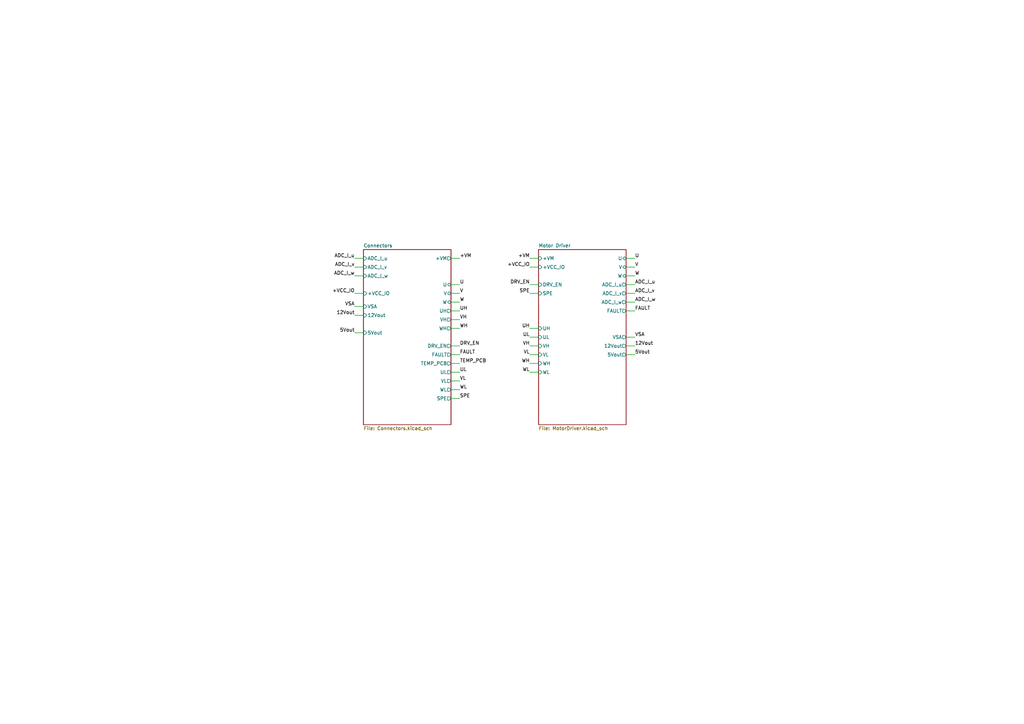
<source format=kicad_sch>
(kicad_sch (version 20211123) (generator eeschema)
  (paper "A4")
  (title_block (title "opm-inline") (date "2021-12-26") (rev "1") (company "Overpowered Mechanisms"))
  (lib_symbols)
  (wire (pts (xy 153.67 95.25) (xy 156.21 95.25)))
  (wire (pts (xy 181.61 102.87) (xy 184.15 102.87)))
  (wire (pts (xy 133.35 100.33) (xy 130.81 100.33)))
  (wire (pts (xy 130.81 105.41) (xy 133.35 105.41)))
  (wire (pts (xy 130.81 92.71) (xy 133.35 92.71)))
  (wire (pts (xy 153.67 102.87) (xy 156.21 102.87)))
  (wire (pts (xy 153.67 107.95) (xy 156.21 107.95)))
  (wire (pts (xy 181.61 85.09) (xy 184.15 85.09)))
  (wire (pts (xy 156.21 74.93) (xy 153.67 74.93)))
  (wire (pts (xy 153.67 105.41) (xy 156.21 105.41)))
  (wire (pts (xy 153.67 77.47) (xy 156.21 77.47)))
  (wire (pts (xy 130.81 110.49) (xy 133.35 110.49)))
  (wire (pts (xy 133.35 87.63) (xy 130.81 87.63)))
  (wire (pts (xy 130.81 115.57) (xy 133.35 115.57)))
  (wire (pts (xy 181.61 100.33) (xy 184.15 100.33)))
  (wire (pts (xy 181.61 90.17) (xy 184.15 90.17)))
  (wire (pts (xy 181.61 82.55) (xy 184.15 82.55)))
  (wire (pts (xy 130.81 82.55) (xy 133.35 82.55)))
  (wire (pts (xy 156.21 100.33) (xy 153.67 100.33)))
  (wire (pts (xy 105.41 91.44) (xy 102.87 91.44)))
  (wire (pts (xy 181.61 97.79) (xy 184.15 97.79)))
  (wire (pts (xy 133.35 74.93) (xy 130.81 74.93)))
  (wire (pts (xy 130.81 95.25) (xy 133.35 95.25)))
  (wire (pts (xy 133.35 113.03) (xy 130.81 113.03)))
  (wire (pts (xy 130.81 85.09) (xy 133.35 85.09)))
  (wire (pts (xy 153.67 82.55) (xy 156.21 82.55)))
  (wire (pts (xy 130.81 107.95) (xy 133.35 107.95)))
  (wire (pts (xy 184.15 74.93) (xy 181.61 74.93)))
  (wire (pts (xy 181.61 80.01) (xy 184.15 80.01)))
  (wire (pts (xy 130.81 90.17) (xy 133.35 90.17)))
  (wire (pts (xy 105.41 77.47) (xy 102.87 77.47)))
  (wire (pts (xy 184.15 87.63) (xy 181.61 87.63)))
  (wire (pts (xy 102.87 80.01) (xy 105.41 80.01)))
  (wire (pts (xy 153.67 85.09) (xy 156.21 85.09)))
  (wire (pts (xy 181.61 77.47) (xy 184.15 77.47)))
  (wire (pts (xy 153.67 97.79) (xy 156.21 97.79)))
  (wire (pts (xy 102.87 96.52) (xy 105.41 96.52)))
  (wire (pts (xy 105.41 88.9) (xy 102.87 88.9)))
  (wire (pts (xy 105.41 74.93) (xy 102.87 74.93)))
  (wire (pts (xy 102.87 85.09) (xy 105.41 85.09)))
  (wire (pts (xy 130.81 102.87) (xy 133.35 102.87)))
  (label "UH" (at 153.67 95.25 180) (effects (font (size 0.9906 0.9906))))
  (label "TEMP_PCB" (at 133.35 105.41 0) (effects (font (size 0.9906 0.9906))))
  (label "WH" (at 153.67 105.41 180) (effects (font (size 0.9906 0.9906))))
  (label "WL" (at 133.35 113.03 0) (effects (font (size 0.9906 0.9906))))
  (label "5Vout" (at 102.87 96.52 180) (effects (font (size 0.9906 0.9906))))
  (label "V" (at 133.35 85.09 0) (effects (font (size 0.9906 0.9906))))
  (label "VH" (at 153.67 100.33 180) (effects (font (size 0.9906 0.9906))))
  (label "U" (at 133.35 82.55 0) (effects (font (size 0.9906 0.9906))))
  (label "UL" (at 133.35 107.95 0) (effects (font (size 0.9906 0.9906))))
  (label "W" (at 184.15 80.01 0) (effects (font (size 0.9906 0.9906))))
  (label "VSA" (at 184.15 97.79 0) (effects (font (size 0.9906 0.9906))))
  (label "ADC_I_v" (at 102.87 77.47 180) (effects (font (size 0.9906 0.9906))))
  (label "5Vout" (at 184.15 102.87 0) (effects (font (size 0.9906 0.9906))))
  (label "VH" (at 133.35 92.71 0) (effects (font (size 0.9906 0.9906))))
  (label "ADC_I_w" (at 102.87 80.01 180) (effects (font (size 0.9906 0.9906))))
  (label "ADC_I_v" (at 184.15 85.09 0) (effects (font (size 0.9906 0.9906))))
  (label "SPE" (at 153.67 85.09 180) (effects (font (size 0.9906 0.9906))))
  (label "VL" (at 153.67 102.87 180) (effects (font (size 0.9906 0.9906))))
  (label "12Vout" (at 102.87 91.44 180) (effects (font (size 0.9906 0.9906))))
  (label "V" (at 184.15 77.47 0) (effects (font (size 0.9906 0.9906))))
  (label "WH" (at 133.35 95.25 0) (effects (font (size 0.9906 0.9906))))
  (label "SPE" (at 133.35 115.57 0) (effects (font (size 0.9906 0.9906))))
  (label "DRV_EN" (at 133.35 100.33 0) (effects (font (size 0.9906 0.9906))))
  (label "FAULT" (at 184.15 90.17 0) (effects (font (size 0.9906 0.9906))))
  (label "VL" (at 133.35 110.49 0) (effects (font (size 0.9906 0.9906))))
  (label "+VCC_IO" (at 102.87 85.09 180) (effects (font (size 0.9906 0.9906))))
  (label "DRV_EN" (at 153.67 82.55 180) (effects (font (size 0.9906 0.9906))))
  (label "U" (at 184.15 74.93 0) (effects (font (size 0.9906 0.9906))))
  (label "ADC_I_u" (at 102.87 74.93 180) (effects (font (size 0.9906 0.9906))))
  (label "+VM" (at 133.35 74.93 0) (effects (font (size 0.9906 0.9906))))
  (label "VSA" (at 102.87 88.9 180) (effects (font (size 0.9906 0.9906))))
  (label "+VM" (at 153.67 74.93 180) (effects (font (size 0.9906 0.9906))))
  (label "ADC_I_w" (at 184.15 87.63 0) (effects (font (size 0.9906 0.9906))))
  (label "FAULT" (at 133.35 102.87 0) (effects (font (size 0.9906 0.9906))))
  (label "UH" (at 133.35 90.17 0) (effects (font (size 0.9906 0.9906))))
  (label "W" (at 133.35 87.63 0) (effects (font (size 0.9906 0.9906))))
  (label "+VCC_IO" (at 153.67 77.47 180) (effects (font (size 0.9906 0.9906))))
  (label "UL" (at 153.67 97.79 180) (effects (font (size 0.9906 0.9906))))
  (label "ADC_I_u" (at 184.15 82.55 0) (effects (font (size 0.9906 0.9906))))
  (label "12Vout" (at 184.15 100.33 0) (effects (font (size 0.9906 0.9906))))
  (label "WL" (at 153.67 107.95 180) (effects (font (size 0.9906 0.9906))))
  (sheet (at 105.41 72.39) (size 25.4 50.8)
    (property "Sheet name" "Connectors" (at 105.41 71.8181 0) (effects (font (size 0.9906 0.9906)) (justify left bottom)))
    (property "Sheet file" "Connectors.kicad_sch" (at 105.41 123.6628 0) (effects (font (size 0.9906 0.9906)) (justify left top)))
    (pin "+VM" output (at 130.81 74.93 0) (effects (font (size 0.9906 0.9906))))
    (pin "W" bidirectional (at 130.81 87.63 0) (effects (font (size 0.9906 0.9906))))
    (pin "V" bidirectional (at 130.81 85.09 0) (effects (font (size 0.9906 0.9906))))
    (pin "U" bidirectional (at 130.81 82.55 0) (effects (font (size 0.9906 0.9906))))
    (pin "ADC_I_w" input (at 105.41 80.01 180) (effects (font (size 0.9906 0.9906))))
    (pin "UH" output (at 130.81 90.17 0) (effects (font (size 0.9906 0.9906))))
    (pin "VH" output (at 130.81 92.71 0) (effects (font (size 0.9906 0.9906))))
    (pin "WH" output (at 130.81 95.25 0) (effects (font (size 0.9906 0.9906))))
    (pin "DRV_EN" output (at 130.81 100.33 0) (effects (font (size 0.9906 0.9906))))
    (pin "WL" output (at 130.81 113.03 0) (effects (font (size 0.9906 0.9906))))
    (pin "VL" output (at 130.81 110.49 0) (effects (font (size 0.9906 0.9906))))
    (pin "UL" output (at 130.81 107.95 0) (effects (font (size 0.9906 0.9906))))
    (pin "ADC_I_u" input (at 105.41 74.93 180) (effects (font (size 0.9906 0.9906))))
    (pin "SPE" output (at 130.81 115.57 0) (effects (font (size 0.9906 0.9906))))
    (pin "+VCC_IO" input (at 105.41 85.09 180) (effects (font (size 0.9906 0.9906))))
    (pin "VSA" input (at 105.41 88.9 180) (effects (font (size 0.9906 0.9906))))
    (pin "12Vout" input (at 105.41 91.44 180) (effects (font (size 0.9906 0.9906))))
    (pin "5Vout" input (at 105.41 96.52 180) (effects (font (size 0.9906 0.9906))))
    (pin "ADC_I_v" input (at 105.41 77.47 180) (effects (font (size 0.9906 0.9906))))
    (pin "TEMP_PCB" output (at 130.81 105.41 0) (effects (font (size 0.9906 0.9906))))
    (pin "FAULT" output (at 130.81 102.87 0) (effects (font (size 0.9906 0.9906))))
  )
  (sheet (at 156.21 72.39) (size 25.4 50.8)
    (property "Sheet name" "Motor Driver" (at 156.21 71.8181 0) (effects (font (size 0.9906 0.9906)) (justify left bottom)))
    (property "Sheet file" "MotorDriver.kicad_sch" (at 156.21 123.6628 0) (effects (font (size 0.9906 0.9906)) (justify left top)))
    (pin "+VM" input (at 156.21 74.93 180) (effects (font (size 0.9906 0.9906))))
    (pin "ADC_I_u" output (at 181.61 82.55 0) (effects (font (size 0.9906 0.9906))))
    (pin "ADC_I_w" output (at 181.61 87.63 0) (effects (font (size 0.9906 0.9906))))
    (pin "FAULT" output (at 181.61 90.17 0) (effects (font (size 0.9906 0.9906))))
    (pin "DRV_EN" input (at 156.21 82.55 180) (effects (font (size 0.9906 0.9906))))
    (pin "SPE" input (at 156.21 85.09 180) (effects (font (size 0.9906 0.9906))))
    (pin "UH" input (at 156.21 95.25 180) (effects (font (size 0.9906 0.9906))))
    (pin "UL" input (at 156.21 97.79 180) (effects (font (size 0.9906 0.9906))))
    (pin "VH" input (at 156.21 100.33 180) (effects (font (size 0.9906 0.9906))))
    (pin "VL" input (at 156.21 102.87 180) (effects (font (size 0.9906 0.9906))))
    (pin "WH" input (at 156.21 105.41 180) (effects (font (size 0.9906 0.9906))))
    (pin "WL" input (at 156.21 107.95 180) (effects (font (size 0.9906 0.9906))))
    (pin "+VCC_IO" input (at 156.21 77.47 180) (effects (font (size 0.9906 0.9906))))
    (pin "U" bidirectional (at 181.61 74.93 0) (effects (font (size 0.9906 0.9906))))
    (pin "V" bidirectional (at 181.61 77.47 0) (effects (font (size 0.9906 0.9906))))
    (pin "W" bidirectional (at 181.61 80.01 0) (effects (font (size 0.9906 0.9906))))
    (pin "VSA" output (at 181.61 97.79 0) (effects (font (size 0.9906 0.9906))))
    (pin "12Vout" output (at 181.61 100.33 0) (effects (font (size 0.9906 0.9906))))
    (pin "5Vout" output (at 181.61 102.87 0) (effects (font (size 0.9906 0.9906))))
    (pin "ADC_I_v" output (at 181.61 85.09 0) (effects (font (size 0.9906 0.9906))))
  )
)
</source>
